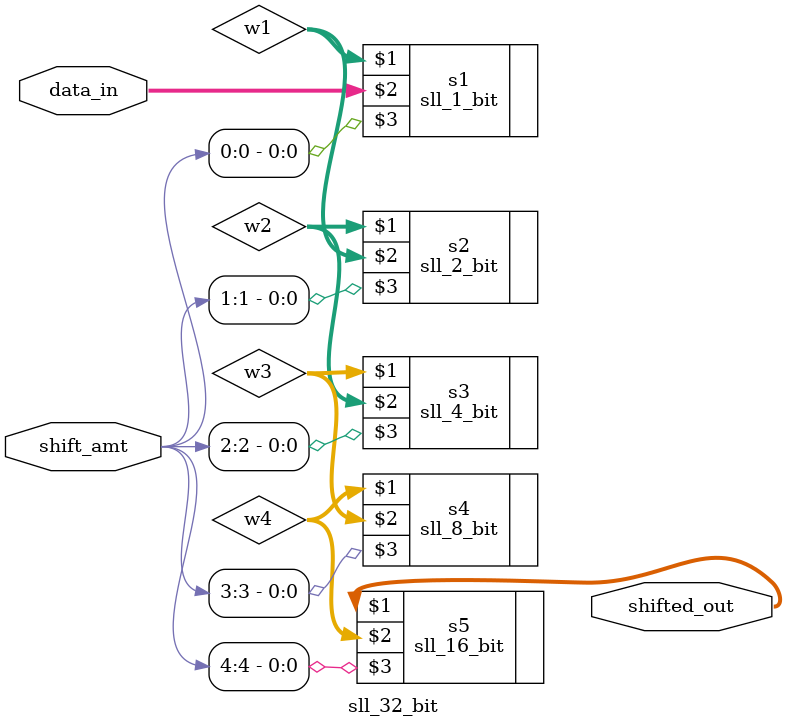
<source format=v>
module sll_32_bit(shifted_out, data_in, shift_amt);
    output [31:0] shifted_out;
    input [31:0] data_in;
    input [4:0] shift_amt;

    wire [31:0] w1, w2, w3, w4;

    sll_1_bit s1(w1, data_in, shift_amt[0]);
    sll_2_bit s2(w2, w1, shift_amt[1]);
    sll_4_bit s3(w3, w2, shift_amt[2]);
    sll_8_bit s4(w4, w3, shift_amt[3]);
    sll_16_bit s5(shifted_out, w4, shift_amt[4]);
endmodule

</source>
